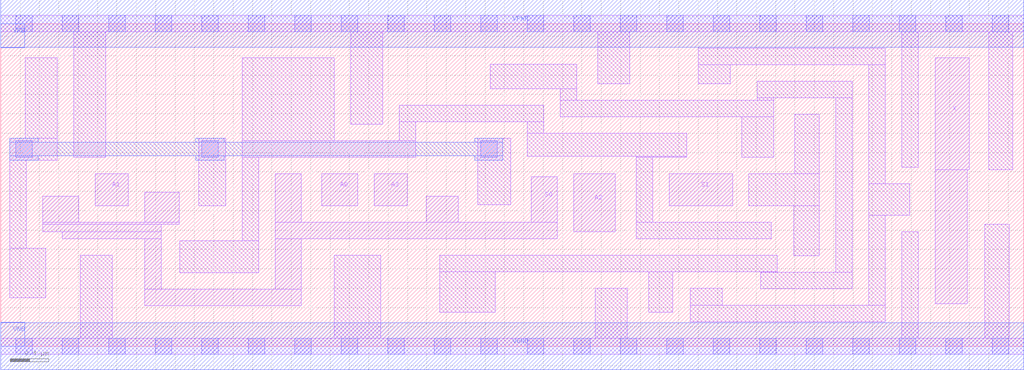
<source format=lef>
# Copyright 2020 The SkyWater PDK Authors
#
# Licensed under the Apache License, Version 2.0 (the "License");
# you may not use this file except in compliance with the License.
# You may obtain a copy of the License at
#
#     https://www.apache.org/licenses/LICENSE-2.0
#
# Unless required by applicable law or agreed to in writing, software
# distributed under the License is distributed on an "AS IS" BASIS,
# WITHOUT WARRANTIES OR CONDITIONS OF ANY KIND, either express or implied.
# See the License for the specific language governing permissions and
# limitations under the License.
#
# SPDX-License-Identifier: Apache-2.0

VERSION 5.5 ;
NAMESCASESENSITIVE ON ;
BUSBITCHARS "[]" ;
DIVIDERCHAR "/" ;
MACRO sky130_fd_sc_hs__mux4_2
  CLASS CORE ;
  SOURCE USER ;
  ORIGIN  0.000000  0.000000 ;
  SIZE  10.56000 BY  3.330000 ;
  SYMMETRY X Y ;
  SITE unit ;
  PIN A0
    ANTENNAGATEAREA  0.261000 ;
    DIRECTION INPUT ;
    USE SIGNAL ;
    PORT
      LAYER li1 ;
        RECT 3.315000 1.450000 3.685000 1.780000 ;
    END
  END A0
  PIN A1
    ANTENNAGATEAREA  0.261000 ;
    DIRECTION INPUT ;
    USE SIGNAL ;
    PORT
      LAYER li1 ;
        RECT 0.975000 1.450000 1.315000 1.780000 ;
    END
  END A1
  PIN A2
    ANTENNAGATEAREA  0.261000 ;
    DIRECTION INPUT ;
    USE SIGNAL ;
    PORT
      LAYER li1 ;
        RECT 5.915000 1.180000 6.345000 1.780000 ;
    END
  END A2
  PIN A3
    ANTENNAGATEAREA  0.261000 ;
    DIRECTION INPUT ;
    USE SIGNAL ;
    PORT
      LAYER li1 ;
        RECT 3.855000 1.450000 4.195000 1.780000 ;
    END
  END A3
  PIN S0
    ANTENNAGATEAREA  0.768000 ;
    DIRECTION INPUT ;
    USE SIGNAL ;
    PORT
      LAYER li1 ;
        RECT 0.435000 1.180000 1.655000 1.260000 ;
        RECT 0.435000 1.260000 1.845000 1.280000 ;
        RECT 0.435000 1.280000 0.805000 1.550000 ;
        RECT 0.635000 1.110000 1.655000 1.180000 ;
        RECT 1.485000 0.420000 3.105000 0.590000 ;
        RECT 1.485000 0.590000 1.655000 1.110000 ;
        RECT 1.485000 1.280000 1.845000 1.590000 ;
        RECT 2.835000 0.590000 3.105000 1.110000 ;
        RECT 2.835000 1.110000 5.745000 1.280000 ;
        RECT 2.835000 1.280000 3.105000 1.780000 ;
        RECT 4.395000 1.280000 4.725000 1.550000 ;
        RECT 5.475000 1.280000 5.745000 1.750000 ;
    END
  END S0
  PIN S1
    ANTENNAGATEAREA  0.507000 ;
    DIRECTION INPUT ;
    USE SIGNAL ;
    PORT
      LAYER li1 ;
        RECT 6.900000 1.450000 7.555000 1.780000 ;
    END
  END S1
  PIN X
    ANTENNADIFFAREA  0.543200 ;
    DIRECTION OUTPUT ;
    USE SIGNAL ;
    PORT
      LAYER li1 ;
        RECT 9.650000 0.440000  9.980000 1.820000 ;
        RECT 9.650000 1.820000 10.000000 2.980000 ;
    END
  END X
  PIN VGND
    DIRECTION INOUT ;
    USE GROUND ;
    PORT
      LAYER met1 ;
        RECT 0.000000 -0.245000 10.560000 0.245000 ;
    END
  END VGND
  PIN VNB
    DIRECTION INOUT ;
    USE GROUND ;
    PORT
      LAYER met1 ;
        RECT 0.000000 0.000000 0.250000 0.250000 ;
    END
  END VNB
  PIN VPB
    DIRECTION INOUT ;
    USE POWER ;
    PORT
      LAYER met1 ;
        RECT 0.000000 3.080000 0.250000 3.330000 ;
    END
  END VPB
  PIN VPWR
    DIRECTION INOUT ;
    USE POWER ;
    PORT
      LAYER met1 ;
        RECT 0.000000 3.085000 10.560000 3.575000 ;
    END
  END VPWR
  OBS
    LAYER li1 ;
      RECT  0.000000 -0.085000 10.560000 0.085000 ;
      RECT  0.000000  3.245000 10.560000 3.415000 ;
      RECT  0.095000  0.500000  0.465000 1.010000 ;
      RECT  0.095000  1.010000  0.265000 1.920000 ;
      RECT  0.095000  1.920000  0.585000 2.150000 ;
      RECT  0.255000  2.150000  0.585000 2.980000 ;
      RECT  0.755000  1.950000  1.085000 3.245000 ;
      RECT  0.820000  0.085000  1.150000 0.940000 ;
      RECT  1.850000  0.760000  2.665000 1.090000 ;
      RECT  2.045000  1.450000  2.325000 2.150000 ;
      RECT  2.495000  1.090000  2.665000 1.950000 ;
      RECT  2.495000  1.950000  4.285000 2.120000 ;
      RECT  2.495000  2.120000  3.445000 2.980000 ;
      RECT  3.445000  0.085000  3.925000 0.940000 ;
      RECT  3.615000  2.290000  3.945000 3.245000 ;
      RECT  4.115000  2.120000  4.285000 2.320000 ;
      RECT  4.115000  2.320000  5.605000 2.490000 ;
      RECT  4.530000  0.350000  5.105000 0.770000 ;
      RECT  4.530000  0.770000  8.015000 0.940000 ;
      RECT  4.925000  1.460000  5.265000 2.150000 ;
      RECT  5.055000  2.660000  5.945000 2.910000 ;
      RECT  5.435000  1.960000  7.080000 2.200000 ;
      RECT  5.435000  2.200000  5.605000 2.320000 ;
      RECT  5.775000  2.370000  7.980000 2.540000 ;
      RECT  5.775000  2.540000  5.945000 2.660000 ;
      RECT  6.140000  0.085000  6.470000 0.600000 ;
      RECT  6.165000  2.710000  6.495000 3.245000 ;
      RECT  6.560000  1.110000  7.955000 1.280000 ;
      RECT  6.560000  1.280000  6.730000 1.950000 ;
      RECT  6.560000  1.950000  7.080000 1.960000 ;
      RECT  6.690000  0.350000  6.940000 0.770000 ;
      RECT  7.120000  0.255000  9.130000 0.425000 ;
      RECT  7.120000  0.425000  7.450000 0.600000 ;
      RECT  7.200000  2.710000  7.530000 2.905000 ;
      RECT  7.200000  2.905000  9.130000 3.075000 ;
      RECT  7.650000  1.950000  7.980000 2.370000 ;
      RECT  7.725000  1.450000  8.450000 1.780000 ;
      RECT  7.810000  2.540000  7.980000 2.565000 ;
      RECT  7.810000  2.565000  8.790000 2.735000 ;
      RECT  7.845000  0.595000  8.790000 0.765000 ;
      RECT  7.845000  0.765000  8.015000 0.770000 ;
      RECT  8.185000  0.935000  8.450000 1.450000 ;
      RECT  8.200000  1.780000  8.450000 2.395000 ;
      RECT  8.620000  0.765000  8.790000 2.565000 ;
      RECT  8.960000  0.425000  9.130000 1.350000 ;
      RECT  8.960000  1.350000  9.385000 1.680000 ;
      RECT  8.960000  1.680000  9.130000 2.905000 ;
      RECT  9.300000  0.085000  9.470000 1.180000 ;
      RECT  9.300000  1.850000  9.470000 3.245000 ;
      RECT 10.160000  0.085000 10.410000 1.260000 ;
      RECT 10.200000  1.820000 10.450000 3.245000 ;
    LAYER mcon ;
      RECT  0.155000 -0.085000  0.325000 0.085000 ;
      RECT  0.155000  1.950000  0.325000 2.120000 ;
      RECT  0.155000  3.245000  0.325000 3.415000 ;
      RECT  0.635000 -0.085000  0.805000 0.085000 ;
      RECT  0.635000  3.245000  0.805000 3.415000 ;
      RECT  1.115000 -0.085000  1.285000 0.085000 ;
      RECT  1.115000  3.245000  1.285000 3.415000 ;
      RECT  1.595000 -0.085000  1.765000 0.085000 ;
      RECT  1.595000  3.245000  1.765000 3.415000 ;
      RECT  2.075000 -0.085000  2.245000 0.085000 ;
      RECT  2.075000  1.950000  2.245000 2.120000 ;
      RECT  2.075000  3.245000  2.245000 3.415000 ;
      RECT  2.555000 -0.085000  2.725000 0.085000 ;
      RECT  2.555000  3.245000  2.725000 3.415000 ;
      RECT  3.035000 -0.085000  3.205000 0.085000 ;
      RECT  3.035000  3.245000  3.205000 3.415000 ;
      RECT  3.515000 -0.085000  3.685000 0.085000 ;
      RECT  3.515000  3.245000  3.685000 3.415000 ;
      RECT  3.995000 -0.085000  4.165000 0.085000 ;
      RECT  3.995000  3.245000  4.165000 3.415000 ;
      RECT  4.475000 -0.085000  4.645000 0.085000 ;
      RECT  4.475000  3.245000  4.645000 3.415000 ;
      RECT  4.955000 -0.085000  5.125000 0.085000 ;
      RECT  4.955000  1.950000  5.125000 2.120000 ;
      RECT  4.955000  3.245000  5.125000 3.415000 ;
      RECT  5.435000 -0.085000  5.605000 0.085000 ;
      RECT  5.435000  3.245000  5.605000 3.415000 ;
      RECT  5.915000 -0.085000  6.085000 0.085000 ;
      RECT  5.915000  3.245000  6.085000 3.415000 ;
      RECT  6.395000 -0.085000  6.565000 0.085000 ;
      RECT  6.395000  3.245000  6.565000 3.415000 ;
      RECT  6.875000 -0.085000  7.045000 0.085000 ;
      RECT  6.875000  3.245000  7.045000 3.415000 ;
      RECT  7.355000 -0.085000  7.525000 0.085000 ;
      RECT  7.355000  3.245000  7.525000 3.415000 ;
      RECT  7.835000 -0.085000  8.005000 0.085000 ;
      RECT  7.835000  3.245000  8.005000 3.415000 ;
      RECT  8.315000 -0.085000  8.485000 0.085000 ;
      RECT  8.315000  3.245000  8.485000 3.415000 ;
      RECT  8.795000 -0.085000  8.965000 0.085000 ;
      RECT  8.795000  3.245000  8.965000 3.415000 ;
      RECT  9.275000 -0.085000  9.445000 0.085000 ;
      RECT  9.275000  3.245000  9.445000 3.415000 ;
      RECT  9.755000 -0.085000  9.925000 0.085000 ;
      RECT  9.755000  3.245000  9.925000 3.415000 ;
      RECT 10.235000 -0.085000 10.405000 0.085000 ;
      RECT 10.235000  3.245000 10.405000 3.415000 ;
    LAYER met1 ;
      RECT 0.095000 1.920000 0.385000 1.965000 ;
      RECT 0.095000 1.965000 5.185000 2.105000 ;
      RECT 0.095000 2.105000 0.385000 2.150000 ;
      RECT 2.015000 1.920000 2.305000 1.965000 ;
      RECT 2.015000 2.105000 2.305000 2.150000 ;
      RECT 4.895000 1.920000 5.185000 1.965000 ;
      RECT 4.895000 2.105000 5.185000 2.150000 ;
  END
END sky130_fd_sc_hs__mux4_2
END LIBRARY

</source>
